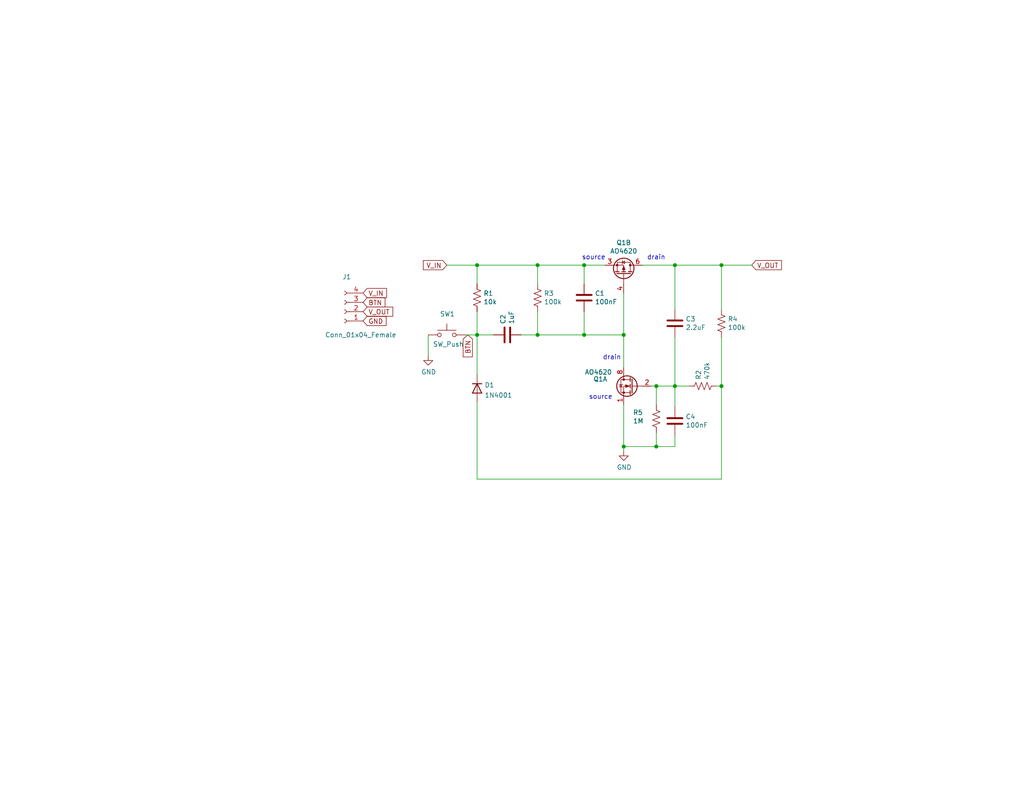
<source format=kicad_sch>
(kicad_sch (version 20211123) (generator eeschema)
  (paper "USLetter")
  (title_block (rev "1") (comment 1 "Designed for OSH Park 2 Layer Prototype"))
  (lib_symbols
    (symbol "Connector:Conn_01x04_Female" (pin_names (offset 1.016) hide)
      (property "Reference" "J" (at 0 5.08 0))
      (property "Value" "Conn_01x04_Female" (at 0 -7.62 0))
      (symbol "Conn_01x04_Female_1_1"
        (arc (start 0 -4.572) (mid -0.508 -5.08) (end 0 -5.588) (stroke (width 0.1524)))
        (arc (start 0 -2.032) (mid -0.508 -2.54) (end 0 -3.048) (stroke (width 0.1524)))
        (polyline (pts (xy -1.27 -5.08) (xy -0.508 -5.08)) (stroke (width 0.1524)))
        (polyline (pts (xy -1.27 -2.54) (xy -0.508 -2.54)) (stroke (width 0.1524)))
        (polyline (pts (xy -1.27 0) (xy -0.508 0)) (stroke (width 0.1524)))
        (polyline (pts (xy -1.27 2.54) (xy -0.508 2.54)) (stroke (width 0.1524)))
        (arc (start 0 0.508) (mid -0.508 0) (end 0 -0.508) (stroke (width 0.1524)))
        (arc (start 0 3.048) (mid -0.508 2.54) (end 0 2.032) (stroke (width 0.1524)))
        (pin passive line (at -5.08 2.54 0) (length 3.81) (name "Pin_1") (number "1"))
        (pin passive line (at -5.08 0 0) (length 3.81) (name "Pin_2") (number "2"))
        (pin passive line (at -5.08 -2.54 0) (length 3.81) (name "Pin_3") (number "3"))
        (pin passive line (at -5.08 -5.08 0) (length 3.81) (name "Pin_4") (number "4"))
      )
    )
    (symbol "Device:C" (pin_numbers hide) (pin_names (offset 0.254))
      (property "Reference" "C" (at 0.635 2.54 0))
      (property "Value" "C" (at 0.635 -2.54 0))
      (symbol "C_0_1"
        (polyline (pts (xy -2.032 -0.762) (xy 2.032 -0.762)) (stroke (width 0.508)))
        (polyline (pts (xy -2.032 0.762) (xy 2.032 0.762)) (stroke (width 0.508)))
      )
      (symbol "C_1_1"
        (pin passive line (at 0 3.81 270) (length 2.794) (name "~") (number "1"))
        (pin passive line (at 0 -3.81 90) (length 2.794) (name "~") (number "2"))
      )
    )
    (symbol "Device:R_US" (pin_numbers hide) (pin_names (offset 0))
      (property "Reference" "R" (at 2.54 0 90))
      (property "Value" "R_US" (at -2.54 0 90))
      (symbol "R_US_0_1"
        (polyline (pts (xy 0 -2.286) (xy 0 -2.54)))
        (polyline (pts (xy 0 2.286) (xy 0 2.54)))
        (polyline (pts (xy 0 -0.762) (xy 1.016 -1.143) (xy 0 -1.524) (xy -1.016 -1.905) (xy 0 -2.286)))
        (polyline (pts (xy 0 0.762) (xy 1.016 0.381) (xy 0 0) (xy -1.016 -0.381) (xy 0 -0.762)))
        (polyline (pts (xy 0 2.286) (xy 1.016 1.905) (xy 0 1.524) (xy -1.016 1.143) (xy 0 0.762)))
      )
      (symbol "R_US_1_1"
        (pin passive line (at 0 3.81 270) (length 1.27) (name "~") (number "1"))
        (pin passive line (at 0 -3.81 90) (length 1.27) (name "~") (number "2"))
      )
    )
    (symbol "Diode:1N4001" (pin_numbers hide) (pin_names (offset 1.016) hide)
      (property "Reference" "D" (at 0 2.54 0))
      (property "Value" "1N4001" (at 0 -2.54 0))
      (symbol "1N4001_0_1"
        (polyline (pts (xy -1.27 1.27) (xy -1.27 -1.27)) (stroke (width 0.254)))
        (polyline (pts (xy 1.27 0) (xy -1.27 0)))
        (polyline (pts (xy 1.27 1.27) (xy 1.27 -1.27) (xy -1.27 0) (xy 1.27 1.27)) (stroke (width 0.254)))
      )
      (symbol "1N4001_1_1"
        (pin passive line (at -3.81 0 0) (length 2.54) (name "K") (number "1"))
        (pin passive line (at 3.81 0 180) (length 2.54) (name "A") (number "2"))
      )
    )
    (symbol "Switch:SW_Push" (pin_numbers hide) (pin_names (offset 1.016) hide)
      (property "Reference" "SW" (at 1.27 2.54 0))
      (property "Value" "SW_Push" (at 0 -1.524 0))
      (symbol "SW_Push_0_1"
        (circle (center -2.032 0) (radius 0.508))
        (polyline (pts (xy 0 1.27) (xy 0 3.048)))
        (polyline (pts (xy 2.54 1.27) (xy -2.54 1.27)))
        (circle (center 2.032 0) (radius 0.508))
        (pin passive line (at -5.08 0 0) (length 2.54) (name "1") (number "1"))
        (pin passive line (at 5.08 0 180) (length 2.54) (name "2") (number "2"))
      )
    )
    (symbol "Transistor_FET:Si4542DY" (pin_names hide)
      (property "Reference" "Q" (at 5.08 1.905 0))
      (property "Value" "Si4542DY" (at 5.08 0 0))
      (symbol "Si4542DY_0_1"
        (polyline (pts (xy 0.254 0) (xy -2.54 0)))
        (polyline (pts (xy 0.254 1.905) (xy 0.254 -1.905)) (stroke (width 0.254)))
        (polyline (pts (xy 0.762 -1.27) (xy 0.762 -2.286)) (stroke (width 0.254)))
        (polyline (pts (xy 0.762 0.508) (xy 0.762 -0.508)) (stroke (width 0.254)))
        (polyline (pts (xy 0.762 2.286) (xy 0.762 1.27)) (stroke (width 0.254)))
        (polyline (pts (xy 2.54 2.54) (xy 2.54 1.778)))
        (polyline (pts (xy 2.54 -2.54) (xy 2.54 0) (xy 0.762 0)))
        (polyline (pts (xy 0.762 -1.778) (xy 3.302 -1.778) (xy 3.302 1.778) (xy 0.762 1.778)))
        (circle (center 1.651 0) (radius 2.794) (stroke (width 0.254)))
        (circle (center 2.54 -1.778) (radius 0.254) (fill (type outline)))
        (circle (center 2.54 1.778) (radius 0.254) (fill (type outline)))
      )
      (symbol "Si4542DY_1_1"
        (polyline (pts (xy 1.016 0) (xy 2.032 0.381) (xy 2.032 -0.381) (xy 1.016 0)) (fill (type outline)))
        (polyline (pts (xy 2.794 0.508) (xy 2.921 0.381) (xy 3.683 0.381) (xy 3.81 0.254)))
        (polyline (pts (xy 3.302 0.381) (xy 2.921 -0.254) (xy 3.683 -0.254) (xy 3.302 0.381)))
        (pin passive line (at 2.54 -5.08 90) (length 2.54) (name "S") (number "1"))
        (pin input line (at -5.08 0 0) (length 2.54) (name "G") (number "2"))
        (pin passive line (at 2.54 5.08 270) (length 2.54) hide (name "D") (number "7"))
        (pin passive line (at 2.54 5.08 270) (length 2.54) (name "D") (number "8"))
      )
      (symbol "Si4542DY_2_1"
        (polyline (pts (xy 2.286 0) (xy 1.27 0.381) (xy 1.27 -0.381) (xy 2.286 0)) (fill (type outline)))
        (polyline (pts (xy 2.794 -0.508) (xy 2.921 -0.381) (xy 3.683 -0.381) (xy 3.81 -0.254)))
        (polyline (pts (xy 3.302 -0.381) (xy 2.921 0.254) (xy 3.683 0.254) (xy 3.302 -0.381)))
        (pin passive line (at 2.54 -5.08 90) (length 2.54) (name "1") (number "3"))
        (pin input line (at -5.08 0 0) (length 2.54) (name "G") (number "4"))
        (pin passive line (at 2.54 5.08 270) (length 2.54) hide (name "D") (number "5"))
        (pin passive line (at 2.54 5.08 270) (length 2.54) (name "D") (number "6"))
      )
    )
    (symbol "power:GND" (power) (pin_names (offset 0))
      (property "Value" "GND" (at 0 -3.81 0))
      (symbol "GND_0_1"
        (polyline (pts (xy 0 0) (xy 0 -1.27) (xy 1.27 -1.27) (xy 0 -2.54) (xy -1.27 -1.27) (xy 0 -1.27)))
      )
      (symbol "GND_1_1"
        (pin power_in line (at 0 0 270) (length 0) hide (name "GND") (number "1"))
      )
    )
  )
  (junction (at 184.15 72.39))
  (junction (at 196.85 72.39))
  (junction (at 196.85 105.41))
  (junction (at 146.685 72.39))
  (junction (at 159.385 91.44))
  (junction (at 179.07 121.92))
  (junction (at 146.685 91.44))
  (junction (at 170.18 121.92))
  (junction (at 170.18 91.44))
  (junction (at 179.07 105.41))
  (junction (at 159.385 72.39))
  (junction (at 184.15 105.41))
  (junction (at 130.175 91.44))
  (junction (at 130.175 72.39))
  (wire (pts (xy 196.85 92.075) (xy 196.85 105.41)))
  (wire (pts (xy 159.385 72.39) (xy 159.385 77.47)))
  (wire (pts (xy 130.175 91.44) (xy 130.175 102.235)))
  (wire (pts (xy 179.07 105.41) (xy 179.07 110.49)))
  (wire (pts (xy 184.15 105.41) (xy 184.15 111.125)))
  (wire (pts (xy 146.685 72.39) (xy 159.385 72.39)))
  (wire (pts (xy 159.385 72.39) (xy 165.1 72.39)))
  (wire (pts (xy 184.15 72.39) (xy 184.15 84.455)))
  (wire (pts (xy 184.15 72.39) (xy 196.85 72.39)))
  (wire (pts (xy 146.685 72.39) (xy 146.685 77.47)))
  (wire (pts (xy 116.84 97.155) (xy 116.84 91.44)))
  (wire (pts (xy 179.07 105.41) (xy 184.15 105.41)))
  (wire (pts (xy 159.385 91.44) (xy 170.18 91.44)))
  (wire (pts (xy 184.15 121.92) (xy 179.07 121.92)))
  (wire (pts (xy 121.92 72.39) (xy 130.175 72.39)))
  (wire (pts (xy 146.685 85.09) (xy 146.685 91.44)))
  (wire (pts (xy 130.175 85.09) (xy 130.175 91.44)))
  (wire (pts (xy 170.18 110.49) (xy 170.18 121.92)))
  (wire (pts (xy 196.85 130.81) (xy 196.85 105.41)))
  (wire (pts (xy 130.175 72.39) (xy 130.175 77.47)))
  (wire (pts (xy 179.07 121.92) (xy 170.18 121.92)))
  (wire (pts (xy 130.175 72.39) (xy 146.685 72.39)))
  (wire (pts (xy 179.07 118.11) (xy 179.07 121.92)))
  (wire (pts (xy 130.175 91.44) (xy 134.62 91.44)))
  (wire (pts (xy 159.385 85.09) (xy 159.385 91.44)))
  (wire (pts (xy 142.24 91.44) (xy 146.685 91.44)))
  (wire (pts (xy 184.15 118.745) (xy 184.15 121.92)))
  (wire (pts (xy 175.26 72.39) (xy 184.15 72.39)))
  (wire (pts (xy 196.85 72.39) (xy 205.105 72.39)))
  (wire (pts (xy 127 91.44) (xy 130.175 91.44)))
  (wire (pts (xy 170.18 80.01) (xy 170.18 91.44)))
  (wire (pts (xy 196.85 72.39) (xy 196.85 84.455)))
  (wire (pts (xy 184.15 92.075) (xy 184.15 105.41)))
  (wire (pts (xy 130.175 109.855) (xy 130.175 130.81)))
  (wire (pts (xy 184.15 105.41) (xy 187.96 105.41)))
  (wire (pts (xy 146.685 91.44) (xy 159.385 91.44)))
  (wire (pts (xy 177.8 105.41) (xy 179.07 105.41)))
  (wire (pts (xy 170.18 123.19) (xy 170.18 121.92)))
  (wire (pts (xy 195.58 105.41) (xy 196.85 105.41)))
  (wire (pts (xy 170.18 91.44) (xy 170.18 100.33)))
  (wire (pts (xy 130.175 130.81) (xy 196.85 130.81)))
  (text "drain" (at 164.465 98.425 0) (effects (font (size 1.27 1.27)) (justify left bottom)))
  (text "source" (at 158.75 71.12 0) (effects (font (size 1.27 1.27)) (justify left bottom)))
  (text "drain" (at 176.53 71.12 0) (effects (font (size 1.27 1.27)) (justify left bottom)))
  (text "source" (at 160.655 109.22 0) (effects (font (size 1.27 1.27)) (justify left bottom)))
  (global_label "V_OUT" (shape input) (at 99.06 85.09 0) (property "Intersheet References" "${INTERSHEET_REFS}" (effects hide)))
  (global_label "BTN" (shape input) (at 127.635 91.44 270) (property "Intersheet References" "${INTERSHEET_REFS}" (effects hide)))
  (global_label "BTN" (shape input) (at 99.06 82.55 0) (property "Intersheet References" "${INTERSHEET_REFS}" (effects hide)))
  (global_label "GND" (shape input) (at 99.06 87.63 0) (property "Intersheet References" "${INTERSHEET_REFS}" (effects hide)))
  (global_label "V_IN" (shape input) (at 121.92 72.39 180) (property "Intersheet References" "${INTERSHEET_REFS}" (effects hide)))
  (global_label "V_IN" (shape input) (at 99.06 80.01 0) (property "Intersheet References" "${INTERSHEET_REFS}" (effects hide)))
  (global_label "V_OUT" (shape input) (at 205.105 72.39 0) (property "Intersheet References" "${INTERSHEET_REFS}" (effects hide)))
  (symbol (lib_id "Transistor_FET:Si4542DY") (at 172.72 105.41 0) (mirror y) (unit 1)
    (property "Reference" "Q1" (at 165.735 103.505 0) (effects (justify left)))
    (property "Value" "AO4620" (at 167.005 101.6 0) (effects (justify left)))
    (property "Footprint" "Package_SO:SOIC-8_3.9x4.9mm_P1.27mm" (effects hide))
    (property "Datasheet" "http://www.aosmd.com/pdfs/datasheet/AO4620.pdf" (effects hide))
  )
  (symbol (lib_id "Transistor_FET:Si4542DY") (at 170.18 74.93 270) (mirror x) (unit 2)
    (property "Reference" "Q1" (at 170.18 66.2432 90))
    (property "Value" "AO4620" (at 170.18 68.5546 90))
    (property "Footprint" "Package_SO:SOIC-8_3.9x4.9mm_P1.27mm" (effects hide))
    (property "Datasheet" "http://www.aosmd.com/pdfs/datasheet/AO4620.pdf" (effects hide))
  )
  (symbol (lib_id "Device:C") (at 159.385 81.28 0) (unit 1)
    (property "Reference" "C1" (at 162.306 80.1116 0) (effects (justify left)))
    (property "Value" "100nF" (at 162.306 82.423 0) (effects (justify left)))
    (property "Footprint" "Capacitor_SMD:C_1206_3216Metric" (effects hide))
  )
  (symbol (lib_id "Device:R_US") (at 146.685 81.28 0) (unit 1)
    (property "Reference" "R3" (at 148.4122 80.1116 0) (effects (justify left)))
    (property "Value" "100k" (at 148.4122 82.423 0) (effects (justify left)))
    (property "Footprint" "Resistor_SMD:R_0805_2012Metric" (effects hide))
  )
  (symbol (lib_id "power:GND") (at 116.84 97.155 0) (unit 1)
    (property "Reference" "#PWR02" (effects hide))
    (property "Value" "GND" (at 116.967 101.5492 0))
  )
  (symbol (lib_id "Switch:SW_Push") (at 121.92 91.44 0) (unit 1)
    (property "Reference" "SW1" (at 120.015 85.725 0) (effects (justify left)))
    (property "Value" "SW_Push" (at 118.11 93.98 0) (effects (justify left)))
    (property "Footprint" "Button_Switch_THT:SW_PUSH_6mm" (effects hide))
  )
  (symbol (lib_id "Device:C") (at 138.43 91.44 90) (unit 1)
    (property "Reference" "C2" (at 137.2616 88.519 0) (effects (justify left)))
    (property "Value" "1uF" (at 139.573 88.519 0) (effects (justify left)))
    (property "Footprint" "Capacitor_SMD:C_1206_3216Metric" (effects hide))
  )
  (symbol (lib_id "power:GND") (at 170.18 123.19 0) (unit 1)
    (property "Reference" "#PWR0101" (effects hide))
    (property "Value" "GND" (at 170.307 127.5842 0))
  )
  (symbol (lib_id "Connector:Conn_01x04_Female") (at 93.98 85.09 180) (unit 1)
    (property "Reference" "J1" (at 94.615 75.5863 0))
    (property "Value" "Conn_01x04_Female" (at 98.425 91.44 0))
    (property "Footprint" "Connector_PinHeader_2.54mm:PinHeader_1x04_P2.54mm_Vertical" (effects hide))
  )
  (symbol (lib_id "Device:R_US") (at 191.77 105.41 90) (unit 1)
    (property "Reference" "R2" (at 190.6016 103.6828 0) (effects (justify left)))
    (property "Value" "470k" (at 192.913 103.6828 0) (effects (justify left)))
    (property "Footprint" "Resistor_SMD:R_0805_2012Metric" (effects hide))
  )
  (symbol (lib_id "Device:C") (at 184.15 114.935 0) (unit 1)
    (property "Reference" "C4" (at 187.071 113.7666 0) (effects (justify left)))
    (property "Value" "100nF" (at 187.071 116.078 0) (effects (justify left)))
    (property "Footprint" "Capacitor_SMD:C_1206_3216Metric" (effects hide))
  )
  (symbol (lib_id "Diode:1N4001") (at 130.175 106.045 270) (unit 1)
    (property "Reference" "D1" (at 132.207 105.1365 90) (effects (justify left)))
    (property "Value" "1N4001" (at 132.207 107.9116 90) (effects (justify left)))
    (property "Footprint" "Diode_SMD:D_SMA" (effects hide))
    (property "Datasheet" "http://www.vishay.com/docs/88503/1n4001.pdf" (effects hide))
  )
  (symbol (lib_id "Device:C") (at 184.15 88.265 0) (unit 1)
    (property "Reference" "C3" (at 187.071 87.0966 0) (effects (justify left)))
    (property "Value" "2.2uF" (at 187.071 89.408 0) (effects (justify left)))
    (property "Footprint" "Capacitor_SMD:C_1206_3216Metric" (effects hide))
  )
  (symbol (lib_id "Device:R_US") (at 196.85 88.265 0) (unit 1)
    (property "Reference" "R4" (at 198.5772 87.0966 0) (effects (justify left)))
    (property "Value" "100k" (at 198.5772 89.408 0) (effects (justify left)))
    (property "Footprint" "Resistor_SMD:R_0805_2012Metric" (effects hide))
  )
  (symbol (lib_id "Device:R_US") (at 179.07 114.3 0) (unit 1)
    (property "Reference" "R5" (at 172.72 112.6236 0) (effects (justify left)))
    (property "Value" "1M" (at 172.72 114.935 0) (effects (justify left)))
    (property "Footprint" "Resistor_SMD:R_0805_2012Metric" (effects hide))
  )
  (symbol (lib_id "Device:R_US") (at 130.175 81.28 0) (unit 1)
    (property "Reference" "R1" (at 131.9022 80.1116 0) (effects (justify left)))
    (property "Value" "10k" (at 131.9022 82.423 0) (effects (justify left)))
    (property "Footprint" "Resistor_SMD:R_0805_2012Metric" (effects hide))
  )
)
</source>
